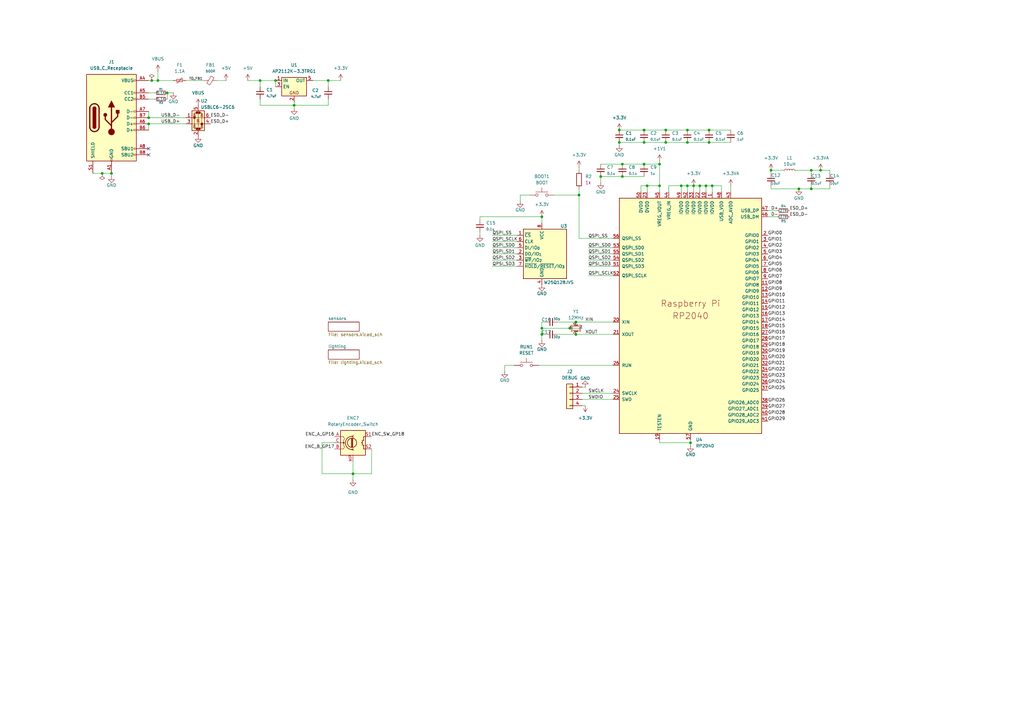
<source format=kicad_sch>
(kicad_sch (version 20250114) (generator "eeschema") (generator_version "9.0")
  (paper "A3")
  (lib_symbols
    (symbol "Mars_Library:C_0.1uF_0402" (pin_numbers (hide yes)) (pin_names (offset 0.254) (hide yes))
      (property "Reference" "C" (at 0.254 1.778 0))
      (property "Value" "0.1uF" (at 0.254 -2.032 0))
      (symbol "C_0.1uF_0402_1_1"
        (pin passive line (at 0 2.54 270) (length 2.032) (name "~") (number "1"))
        (pin passive line (at 0 -2.54 90) (length 2.032) (name "~") (number "2"))
      )
    )
    (symbol "Mars_Library:C_0603" (pin_numbers (hide yes)) (pin_names (offset 0.254) (hide yes))
      (property "Reference" "C" (at 0.254 1.778 0))
      (property "Value" "C" (at 0.254 -2.032 0))
      (symbol "C_0603_1_1"
        (pin passive line (at 0 2.54 270) (length 2.032) (name "~") (number "1"))
        (pin passive line (at 0 -2.54 90) (length 2.032) (name "~") (number "2"))
      )
    )
    (symbol "Mars_Library:C_0805" (pin_numbers (hide yes)) (pin_names (offset 0.254) (hide yes))
      (property "Reference" "C" (at 0.254 1.778 0))
      (property "Value" "C" (at 0.254 -2.032 0))
      (symbol "C_0805_1_1"
        (pin passive line (at 0 2.54 270) (length 2.032) (name "~") (number "1"))
        (pin passive line (at 0 -2.54 90) (length 2.032) (name "~") (number "2"))
      )
    )
    (symbol "Mars_Library:Crystal_12MHz_3225_GND24" (pin_names (offset 1.016) (hide yes))
      (property "Reference" "Y1" (at 6.858 0 90))
      (property "Value" "12MHz" (at 4.318 0 90))
      (symbol "Crystal_12MHz_3225_GND24_1_1"
        (pin passive line (at -2.54 0 0) (length 1.27) (name "1") (number "1"))
        (pin passive line (at 0 2.54 270) (length 0.635) (name "4") (number "4"))
        (pin passive line (at 0 -2.54 90) (length 0.635) (name "2") (number "2"))
        (pin passive line (at 2.54 0 180) (length 1.27) (name "3") (number "3"))
      )
    )
    (symbol "Mars_Library:FerriteBead_0805" (pin_numbers (hide yes)) (pin_names (offset 0))
      (property "Reference" "FB" (at 1.905 1.27 0))
      (property "Value" "600R" (at 1.905 -1.27 0))
      (symbol "FerriteBead_0805_1_1"
        (pin passive line (at 0 2.54 270) (length 1.27) (name "~") (number "1"))
        (pin passive line (at 0 -2.54 90) (length 1.27) (name "~") (number "2"))
      )
    )
    (symbol "Mars_Library:L_10uH_0805" (pin_numbers (hide yes)) (pin_names (offset 0.254) (hide yes))
      (property "Reference" "L" (at 0.762 1.016 0))
      (property "Value" "10uH" (at 0.762 -1.016 0))
      (symbol "L_10uH_0805_1_1"
        (pin passive line (at 0 2.54 270) (length 0.508) (name "~") (number "1"))
        (pin passive line (at 0 -2.54 90) (length 0.508) (name "~") (number "2"))
      )
    )
    (symbol "Mars_Library:Polyfuse_0805" (pin_numbers (hide yes)) (pin_names (offset 0))
      (property "Reference" "F" (at -1.905 0 90))
      (property "Value" "Polyfuse_0805" (at 1.905 0 90))
      (symbol "Polyfuse_0805_1_1"
        (pin passive line (at 0 2.54 270) (length 0.635) (name "~") (number "1"))
        (pin passive line (at 0 -2.54 90) (length 0.635) (name "~") (number "2"))
      )
    )
    (symbol "Mars_Library:RP2040" (pin_names (offset 1.016))
      (property "Reference" "U" (at -29.21 49.53 0))
      (property "Value" "RP2040" (at 24.13 -49.53 0))
      (symbol "RP2040_0_0"
        (text "Raspberry Pi" (at 0 5.08 0) (effects (font (size 2.54 2.54))))
        (text "RP2040" (at 0 0 0) (effects (font (size 2.54 2.54))))
      )
      (symbol "RP2040_1_1"
        (pin bidirectional line (at -31.75 31.75 0) (length 2.54) (name "QSPI_SS") (number "56"))
        (pin bidirectional line (at -31.75 27.94 0) (length 2.54) (name "QSPI_SD0") (number "53"))
        (pin bidirectional line (at -31.75 25.4 0) (length 2.54) (name "QSPI_SD1") (number "55"))
        (pin bidirectional line (at -31.75 22.86 0) (length 2.54) (name "QSPI_SD2") (number "54"))
        (pin bidirectional line (at -31.75 20.32 0) (length 2.54) (name "QSPI_SD3") (number "51"))
        (pin output line (at -31.75 16.51 0) (length 2.54) (name "QSPI_SCLK") (number "52"))
        (pin input line (at -31.75 -2.54 0) (length 2.54) (name "XIN") (number "20"))
        (pin passive line (at -31.75 -7.62 0) (length 2.54) (name "XOUT") (number "21"))
        (pin input line (at -31.75 -20.32 0) (length 2.54) (name "RUN") (number "26"))
        (pin output line (at -31.75 -31.75 0) (length 2.54) (name "SWCLK") (number "24"))
        (pin bidirectional line (at -31.75 -34.29 0) (length 2.54) (name "SWD") (number "25"))
        (pin power_in line (at -20.32 50.8 270) (length 2.54) (name "DVDD") (number "50"))
        (pin power_in line (at -17.78 50.8 270) (length 2.54) (name "DVDD") (number "23"))
        (pin power_out line (at -12.7 50.8 270) (length 2.54) (name "VREG_VOUT") (number "45"))
        (pin passive line (at -12.7 -50.8 90) (length 2.54) (name "TESTEN") (number "19"))
        (pin power_in line (at -8.89 50.8 270) (length 2.54) (name "VREG_IN") (number "44"))
        (pin power_in line (at -3.81 50.8 270) (length 2.54) (name "IOVDD") (number "49"))
        (pin power_in line (at -1.27 50.8 270) (length 2.54) (name "IOVDD") (number "42"))
        (pin power_in line (at 0 -50.8 90) (length 2.54) (name "GND") (number "57"))
        (pin power_in line (at 1.27 50.8 270) (length 2.54) (name "IOVDD") (number "33"))
        (pin power_in line (at 3.81 50.8 270) (length 2.54) (name "IOVDD") (number "22"))
        (pin power_in line (at 6.35 50.8 270) (length 2.54) (name "IOVDD") (number "10"))
        (pin power_in line (at 8.89 50.8 270) (length 2.54) (name "IOVDD") (number "1"))
        (pin power_in line (at 12.7 50.8 270) (length 2.54) (name "USB_VDD") (number "48"))
        (pin power_in line (at 16.51 50.8 270) (length 2.54) (name "ADC_AVDD") (number "43"))
        (pin bidirectional line (at 31.75 43.18 180) (length 2.54) (name "USB_DP") (number "47"))
        (pin bidirectional line (at 31.75 40.64 180) (length 2.54) (name "USB_DM") (number "46"))
        (pin bidirectional line (at 31.75 33.02 180) (length 2.54) (name "GPIO0") (number "2"))
        (pin bidirectional line (at 31.75 30.48 180) (length 2.54) (name "GPIO1") (number "3"))
        (pin bidirectional line (at 31.75 27.94 180) (length 2.54) (name "GPIO2") (number "4"))
        (pin bidirectional line (at 31.75 25.4 180) (length 2.54) (name "GPIO3") (number "5"))
        (pin bidirectional line (at 31.75 22.86 180) (length 2.54) (name "GPIO4") (number "6"))
        (pin bidirectional line (at 31.75 20.32 180) (length 2.54) (name "GPIO5") (number "7"))
        (pin bidirectional line (at 31.75 17.78 180) (length 2.54) (name "GPIO6") (number "8"))
        (pin bidirectional line (at 31.75 15.24 180) (length 2.54) (name "GPIO7") (number "9"))
        (pin bidirectional line (at 31.75 12.7 180) (length 2.54) (name "GPIO8") (number "11"))
        (pin bidirectional line (at 31.75 10.16 180) (length 2.54) (name "GPIO9") (number "12"))
        (pin bidirectional line (at 31.75 7.62 180) (length 2.54) (name "GPIO10") (number "13"))
        (pin bidirectional line (at 31.75 5.08 180) (length 2.54) (name "GPIO11") (number "14"))
        (pin bidirectional line (at 31.75 2.54 180) (length 2.54) (name "GPIO12") (number "15"))
        (pin bidirectional line (at 31.75 0 180) (length 2.54) (name "GPIO13") (number "16"))
        (pin bidirectional line (at 31.75 -2.54 180) (length 2.54) (name "GPIO14") (number "17"))
        (pin bidirectional line (at 31.75 -5.08 180) (length 2.54) (name "GPIO15") (number "18"))
        (pin bidirectional line (at 31.75 -7.62 180) (length 2.54) (name "GPIO16") (number "27"))
        (pin bidirectional line (at 31.75 -10.16 180) (length 2.54) (name "GPIO17") (number "28"))
        (pin bidirectional line (at 31.75 -12.7 180) (length 2.54) (name "GPIO18") (number "29"))
        (pin bidirectional line (at 31.75 -15.24 180) (length 2.54) (name "GPIO19") (number "30"))
        (pin bidirectional line (at 31.75 -17.78 180) (length 2.54) (name "GPIO20") (number "31"))
        (pin bidirectional line (at 31.75 -20.32 180) (length 2.54) (name "GPIO21") (number "32"))
        (pin bidirectional line (at 31.75 -22.86 180) (length 2.54) (name "GPIO22") (number "34"))
        (pin bidirectional line (at 31.75 -25.4 180) (length 2.54) (name "GPIO23") (number "35"))
        (pin bidirectional line (at 31.75 -27.94 180) (length 2.54) (name "GPIO24") (number "36"))
        (pin bidirectional line (at 31.75 -30.48 180) (length 2.54) (name "GPIO25") (number "37"))
        (pin bidirectional line (at 31.75 -35.56 180) (length 2.54) (name "GPIO26_ADC0") (number "38"))
        (pin bidirectional line (at 31.75 -38.1 180) (length 2.54) (name "GPIO27_ADC1") (number "39"))
        (pin bidirectional line (at 31.75 -40.64 180) (length 2.54) (name "GPIO28_ADC2") (number "40"))
        (pin bidirectional line (at 31.75 -43.18 180) (length 2.54) (name "GPIO29_ADC3") (number "41"))
      )
    )
    (symbol "Mars_Library:R_27R_0603" (pin_numbers (hide yes)) (pin_names (offset 0.254) (hide yes))
      (property "Reference" "R" (at -1.524 0 90))
      (property "Value" "27R" (at 0 0 90))
      (symbol "R_27R_0603_1_1"
        (pin passive line (at 0 2.54 270) (length 0.762) (name "~") (number "1"))
        (pin passive line (at 0 -2.54 90) (length 0.762) (name "~") (number "2"))
      )
    )
    (symbol "Mars_Library:R_5.1k_0603" (pin_numbers (hide yes)) (pin_names (offset 0.254) (hide yes))
      (property "Reference" "R" (at -1.524 0 90))
      (property "Value" "5.1k" (at 0 0 90))
      (symbol "R_5.1k_0603_1_1"
        (pin passive line (at 0 2.54 270) (length 0.762) (name "~") (number "1"))
        (pin passive line (at 0 -2.54 90) (length 0.762) (name "~") (number "2"))
      )
    )
    (symbol "Mars_Library:RotaryEncoder_Switch_MP_Mars" (pin_names (offset 0.254) (hide yes))
      (property "Reference" "ENC" (at 0 8.89 0))
      (property "Value" "RotaryEncoder_Switch" (at 0 6.35 0))
      (symbol "RotaryEncoder_Switch_MP_Mars_1_1"
        (pin passive line (at -7.62 2.54 0) (length 2.54) (name "A") (number "A"))
        (pin passive line (at -7.62 0 0) (length 2.54) (name "C") (number "C"))
        (pin passive line (at -7.62 -2.54 0) (length 2.54) (name "B") (number "B"))
        (pin passive line (at 0 -7.62 90) (length 2.54) (name "MP") (number "MP"))
        (pin passive line (at 7.62 2.54 180) (length 2.54) (name "S1") (number "S1"))
        (pin passive line (at 7.62 -2.54 180) (length 2.54) (name "S2") (number "S2"))
      )
    )
    (symbol "Mars_Library:SWD_Header_4P" (pin_names (offset 1.016) (hide yes))
      (property "Reference" "J" (at 0 5.08 0))
      (property "Value" "DEBUG" (at 0 -7.62 0))
      (symbol "SWD_Header_4P_1_1"
        (pin passive line (at -5.08 2.54 0) (length 3.81) (name "Pin_1") (number "1"))
        (pin passive line (at -5.08 0 0) (length 3.81) (name "Pin_2") (number "2"))
        (pin passive line (at -5.08 -2.54 0) (length 3.81) (name "Pin_3") (number "3"))
        (pin passive line (at -5.08 -5.08 0) (length 3.81) (name "Pin_4") (number "4"))
      )
    )
    (symbol "Mars_Library:SW_Push_Momentary" (pin_numbers (hide yes)) (pin_names (offset 1.016) (hide yes))
      (property "Reference" "SW" (at 1.27 2.54 0))
      (property "Value" "SW_Push_Momentary" (at 0 -1.524 0))
      (symbol "SW_Push_Momentary_0_1"
        (pin passive line (at -5.08 0 0) (length 2.54) (name "1") (number "1"))
        (pin passive line (at 5.08 0 180) (length 2.54) (name "2") (number "2"))
      )
    )
    (symbol "Mars_Library:USB_C_Receptacle_USB2.0_16P" (pin_names (offset 1.016))
      (property "Reference" "J1" (at 0 22.86 0))
      (property "Value" "USB_C_Receptacle_USB2.0_16P_Mars" (at 0 20.32 0))
      (symbol "USB_C_Receptacle_USB2.0_16P_1_1"
        (pin passive line (at -7.62 -22.86 90) (length 5.08) (name "SHIELD") (number "S1"))
        (pin passive line (at 0 -22.86 90) (length 5.08) (name "GND") (number "A1"))
        (pin passive line (at 0 -22.86 90) (length 5.08) (hide yes) (name "GND") (number "A12"))
        (pin passive line (at 0 -22.86 90) (length 5.08) (hide yes) (name "GND") (number "B1"))
        (pin passive line (at 0 -22.86 90) (length 5.08) (hide yes) (name "GND") (number "B12"))
        (pin passive line (at 15.24 15.24 180) (length 5.08) (name "VBUS") (number "A4"))
        (pin passive line (at 15.24 15.24 180) (length 5.08) (hide yes) (name "VBUS") (number "A9"))
        (pin passive line (at 15.24 15.24 180) (length 5.08) (hide yes) (name "VBUS") (number "B4"))
        (pin passive line (at 15.24 15.24 180) (length 5.08) (hide yes) (name "VBUS") (number "B9"))
        (pin bidirectional line (at 15.24 10.16 180) (length 5.08) (name "CC1") (number "A5"))
        (pin bidirectional line (at 15.24 7.62 180) (length 5.08) (name "CC2") (number "B5"))
        (pin bidirectional line (at 15.24 2.54 180) (length 5.08) (name "D-") (number "A7"))
        (pin bidirectional line (at 15.24 0 180) (length 5.08) (name "D-") (number "B7"))
        (pin bidirectional line (at 15.24 -2.54 180) (length 5.08) (name "D+") (number "A6"))
        (pin bidirectional line (at 15.24 -5.08 180) (length 5.08) (name "D+") (number "B6"))
        (pin bidirectional line (at 15.24 -12.7 180) (length 5.08) (name "SBU1") (number "A8"))
        (pin bidirectional line (at 15.24 -15.24 180) (length 5.08) (name "SBU2") (number "B8"))
      )
    )
    (symbol "Memory_Flash:W25Q128JVS"
      (property "Reference" "U" (at -6.35 11.43 0))
      (property "Value" "W25Q128JVS" (at 7.62 11.43 0))
      (symbol "W25Q128JVS_1_1"
        (pin input line (at -10.16 7.62 0) (length 2.54) (name "~{CS}") (number "1"))
        (pin input line (at -10.16 5.08 0) (length 2.54) (name "CLK") (number "6"))
        (pin bidirectional line (at -10.16 2.54 0) (length 2.54) (name "DI/IO_{0}") (number "5"))
        (pin bidirectional line (at -10.16 0 0) (length 2.54) (name "DO/IO_{1}") (number "2"))
        (pin bidirectional line (at -10.16 -2.54 0) (length 2.54) (name "~{WP}/IO_{2}") (number "3"))
        (pin bidirectional line (at -10.16 -5.08 0) (length 2.54) (name "~{HOLD}/~{RESET}/IO_{3}") (number "7"))
        (pin power_in line (at 0 12.7 270) (length 2.54) (name "VCC") (number "8"))
        (pin power_in line (at 0 -12.7 90) (length 2.54) (name "GND") (number "4"))
      )
    )
    (symbol "PCM_4ms_Power-symbol:+3.3V" (power) (pin_names (offset 0))
      (property "Value" "+3.3V" (at 0 3.556 0))
      (symbol "+3.3V_1_1"
        (pin power_in line (at 0 0 90) (length 0) (hide yes) (name "+3V3") (number "1"))
      )
    )
    (symbol "PCM_4ms_Resistor:1k_0603" (pin_numbers (hide yes)) (pin_names (offset 0))
      (property "Reference" "R" (at 2.032 0 90))
      (property "Display" "1k" (at 3.81 0 90))
      (symbol "1k_0603_1_1"
        (pin passive line (at 0 3.81 270) (length 1.27) (name "~") (number "1"))
        (pin passive line (at 0 -3.81 90) (length 1.27) (name "~") (number "2"))
      )
    )
    (symbol "PCM_Voltage_Regulator_AKL:AP2112K-3.3TRG1"
      (property "Reference" "U" (at 0 8.89 0))
      (property "Value" "AP2112K-3.3TRG1" (at 0 6.35 0))
      (symbol "AP2112K-3.3TRG1_0_0"
        (text "GND" (at 0 -2.54 0) (effects (font (size 1.27 1.27))))
      )
      (symbol "AP2112K-3.3TRG1_1_1"
        (pin power_in line (at -7.62 2.54 0) (length 2.54) (name "IN") (number "1"))
        (pin input line (at -7.62 0 0) (length 2.54) (name "EN") (number "3"))
        (pin free line (at 0 0 0) (length 2.54) (hide yes) (name "NC") (number "4"))
        (pin power_in line (at 0 -6.35 90) (length 2.54) (name "~") (number "2"))
        (pin power_out line (at 7.62 2.54 180) (length 2.54) (name "OUT") (number "5"))
      )
    )
    (symbol "Power_Protection:USBLC6-2SC6" (pin_names (hide yes))
      (property "Reference" "U" (at 0.635 5.715 0))
      (property "Value" "USBLC6-2SC6" (at 0.635 3.81 0))
      (symbol "USBLC6-2SC6_1_1"
        (pin passive line (at -5.08 0 0) (length 2.54) (name "I/O1") (number "1"))
        (pin passive line (at -5.08 -2.54 0) (length 2.54) (name "I/O2") (number "3"))
        (pin passive line (at 0 5.08 270) (length 2.54) (name "VBUS") (number "5"))
        (pin passive line (at 0 -7.62 90) (length 2.54) (name "GND") (number "2"))
        (pin passive line (at 5.08 0 180) (length 2.54) (name "I/O1") (number "6"))
        (pin passive line (at 5.08 -2.54 180) (length 2.54) (name "I/O2") (number "4"))
      )
    )
    (symbol "power:+1V1" (power) (pin_numbers (hide yes)) (pin_names (offset 0) (hide yes))
      (property "Value" "+1V1" (at 0 3.556 0))
      (symbol "+1V1_1_1"
        (pin power_in line (at 0 0 90) (length 0) (name "~") (number "1"))
      )
    )
    (symbol "power:+5V" (power) (pin_numbers (hide yes)) (pin_names (offset 0) (hide yes))
      (property "Value" "+5V" (at 0 3.556 0))
      (symbol "+5V_1_1"
        (pin power_in line (at 0 0 90) (length 0) (name "~") (number "1"))
      )
    )
    (symbol "power:GND" (power) (pin_numbers (hide yes)) (pin_names (offset 0) (hide yes))
      (property "Value" "GND" (at 0 -3.81 0))
      (symbol "GND_1_1"
        (pin power_in line (at 0 0 270) (length 0) (name "~") (number "1"))
      )
    )
    (symbol "power:PWR_FLAG" (power) (pin_numbers (hide yes)) (pin_names (offset 0) (hide yes))
      (property "Value" "PWR_FLAG" (at 0 3.81 0))
      (symbol "PWR_FLAG_0_0"
        (pin power_out line (at 0 0 90) (length 0) (name "~") (number "1"))
      )
    )
    (symbol "power:VBUS" (power) (pin_numbers (hide yes)) (pin_names (offset 0) (hide yes))
      (property "Value" "VBUS" (at 0 3.556 0))
      (symbol "VBUS_1_1"
        (pin power_in line (at 0 0 90) (length 0) (name "~") (number "1"))
      )
    )
  )
  (junction (at 283.21 181.61))
  (junction (at 222.25 137.16))
  (junction (at 264.16 58.42))
  (junction (at 290.83 53.34))
  (junction (at 62.23 33.02))
  (junction (at 270.51 76.2))
  (junction (at 264.16 53.34))
  (junction (at 281.94 76.2))
  (junction (at 290.83 58.42))
  (junction (at 246.38 72.39))
  (junction (at 287.02 76.2))
  (junction (at 281.94 53.34))
  (junction (at 327.66 77.47))
  (junction (at 255.27 72.39))
  (junction (at 106.68 33.02))
  (junction (at 134.62 33.02))
  (junction (at 60.96 50.8))
  (junction (at 284.48 76.2))
  (junction (at 292.1 76.2))
  (junction (at 45.72 71.12))
  (junction (at 120.65 43.18))
  (junction (at 316.23 69.85))
  (junction (at 264.16 67.31))
  (junction (at 336.55 69.85))
  (junction (at 144.78 194.31))
  (junction (at 273.05 58.42))
  (junction (at 60.96 48.26))
  (junction (at 255.27 67.31))
  (junction (at 279.4 76.2))
  (junction (at 222.25 134.62))
  (junction (at 254 53.34))
  (junction (at 64.77 33.02))
  (junction (at 68.58 38.1))
  (junction (at 222.25 88.9))
  (junction (at 265.43 76.2))
  (junction (at 41.91 71.12))
  (junction (at 233.68 134.62))
  (junction (at 273.05 53.34))
  (junction (at 237.49 80.01))
  (junction (at 332.74 69.85))
  (junction (at 332.74 77.47))
  (junction (at 113.03 33.02))
  (junction (at 281.94 58.42))
  (junction (at 236.22 132.08))
  (junction (at 254 58.42))
  (junction (at 236.22 137.16))
  (junction (at 289.56 76.2))
  (junction (at 270.51 67.31))
  (no_connect (at 60.96 60.96))
  (no_connect (at 60.96 63.5))
  (wire (pts (xy 281.94 76.2) (xy 281.94 78.74)))
  (wire (pts (xy 222.25 139.7) (xy 222.25 137.16)))
  (wire (pts (xy 134.62 35.56) (xy 134.62 33.02)))
  (wire (pts (xy 316.23 69.85) (xy 316.23 71.12)))
  (wire (pts (xy 281.94 76.2) (xy 284.48 76.2)))
  (wire (pts (xy 236.22 132.08) (xy 251.46 132.08)))
  (wire (pts (xy 222.25 88.9) (xy 222.25 91.44)))
  (wire (pts (xy 68.58 38.1) (xy 68.58 40.64)))
  (wire (pts (xy 284.48 76.2) (xy 284.48 78.74)))
  (wire (pts (xy 45.72 72.39) (xy 45.72 71.12)))
  (wire (pts (xy 196.85 88.9) (xy 222.25 88.9)))
  (wire (pts (xy 60.96 33.02) (xy 62.23 33.02)))
  (wire (pts (xy 241.3 104.14) (xy 251.46 104.14)))
  (wire (pts (xy 213.36 80.01) (xy 217.17 80.01)))
  (wire (pts (xy 106.68 43.18) (xy 120.65 43.18)))
  (wire (pts (xy 264.16 67.31) (xy 255.27 67.31)))
  (wire (pts (xy 264.16 58.42) (xy 273.05 58.42)))
  (wire (pts (xy 299.72 76.2) (xy 299.72 78.74)))
  (wire (pts (xy 289.56 76.2) (xy 292.1 76.2)))
  (wire (pts (xy 332.74 77.47) (xy 340.36 77.47)))
  (wire (pts (xy 270.51 76.2) (xy 270.51 78.74)))
  (wire (pts (xy 144.78 189.23) (xy 144.78 194.31)))
  (wire (pts (xy 238.76 161.29) (xy 251.46 161.29)))
  (wire (pts (xy 265.43 76.2) (xy 265.43 78.74)))
  (wire (pts (xy 152.4 194.31) (xy 144.78 194.31)))
  (wire (pts (xy 237.49 80.01) (xy 237.49 97.79)))
  (wire (pts (xy 284.48 76.2) (xy 287.02 76.2)))
  (wire (pts (xy 106.68 35.56) (xy 106.68 33.02)))
  (wire (pts (xy 223.52 137.16) (xy 222.25 137.16)))
  (wire (pts (xy 233.68 134.62) (xy 238.76 134.62)))
  (wire (pts (xy 60.96 50.8) (xy 60.96 53.34)))
  (wire (pts (xy 241.3 101.6) (xy 251.46 101.6)))
  (wire (pts (xy 228.6 137.16) (xy 236.22 137.16)))
  (wire (pts (xy 201.93 99.06) (xy 212.09 99.06)))
  (wire (pts (xy 332.74 77.47) (xy 332.74 76.2)))
  (wire (pts (xy 274.32 76.2) (xy 279.4 76.2)))
  (wire (pts (xy 254 53.34) (xy 264.16 53.34)))
  (wire (pts (xy 237.49 68.58) (xy 237.49 69.85)))
  (wire (pts (xy 246.38 74.93) (xy 246.38 72.39)))
  (wire (pts (xy 60.96 50.8) (xy 76.2 50.8)))
  (wire (pts (xy 241.3 106.68) (xy 251.46 106.68)))
  (wire (pts (xy 227.33 80.01) (xy 237.49 80.01)))
  (wire (pts (xy 274.32 76.2) (xy 274.32 78.74)))
  (wire (pts (xy 207.01 152.4) (xy 207.01 149.86)))
  (wire (pts (xy 132.08 194.31) (xy 144.78 194.31)))
  (wire (pts (xy 290.83 58.42) (xy 299.72 58.42)))
  (wire (pts (xy 273.05 53.34) (xy 281.94 53.34)))
  (wire (pts (xy 289.56 76.2) (xy 289.56 78.74)))
  (wire (pts (xy 201.93 104.14) (xy 212.09 104.14)))
  (wire (pts (xy 207.01 149.86) (xy 210.82 149.86)))
  (wire (pts (xy 222.25 134.62) (xy 233.68 134.62)))
  (wire (pts (xy 238.76 163.83) (xy 251.46 163.83)))
  (wire (pts (xy 120.65 44.45) (xy 120.65 43.18)))
  (wire (pts (xy 270.51 181.61) (xy 270.51 180.34)))
  (wire (pts (xy 213.36 82.55) (xy 213.36 80.01)))
  (wire (pts (xy 128.27 33.02) (xy 134.62 33.02)))
  (wire (pts (xy 316.23 69.85) (xy 321.31 69.85)))
  (wire (pts (xy 201.93 106.68) (xy 212.09 106.68)))
  (wire (pts (xy 314.96 88.9) (xy 318.77 88.9)))
  (wire (pts (xy 238.76 158.75) (xy 240.03 158.75)))
  (wire (pts (xy 281.94 58.42) (xy 290.83 58.42)))
  (wire (pts (xy 201.93 101.6) (xy 212.09 101.6)))
  (wire (pts (xy 222.25 137.16) (xy 222.25 134.62)))
  (wire (pts (xy 273.05 58.42) (xy 281.94 58.42)))
  (wire (pts (xy 290.83 53.34) (xy 299.72 53.34)))
  (wire (pts (xy 279.4 76.2) (xy 281.94 76.2)))
  (wire (pts (xy 196.85 90.17) (xy 196.85 88.9)))
  (wire (pts (xy 106.68 33.02) (xy 113.03 33.02)))
  (wire (pts (xy 137.16 181.61) (xy 132.08 181.61)))
  (wire (pts (xy 64.77 33.02) (xy 71.12 33.02)))
  (wire (pts (xy 292.1 76.2) (xy 295.91 76.2)))
  (wire (pts (xy 236.22 137.16) (xy 251.46 137.16)))
  (wire (pts (xy 106.68 40.64) (xy 106.68 43.18)))
  (wire (pts (xy 316.23 77.47) (xy 316.23 76.2)))
  (wire (pts (xy 62.23 33.02) (xy 64.77 33.02)))
  (wire (pts (xy 255.27 72.39) (xy 246.38 72.39)))
  (wire (pts (xy 326.39 69.85) (xy 332.74 69.85)))
  (wire (pts (xy 340.36 77.47) (xy 340.36 76.2)))
  (wire (pts (xy 316.23 77.47) (xy 327.66 77.47)))
  (wire (pts (xy 262.89 76.2) (xy 262.89 78.74)))
  (wire (pts (xy 120.65 43.18) (xy 134.62 43.18)))
  (wire (pts (xy 283.21 182.88) (xy 283.21 181.61)))
  (wire (pts (xy 332.74 69.85) (xy 336.55 69.85)))
  (wire (pts (xy 60.96 40.64) (xy 63.5 40.64)))
  (wire (pts (xy 41.91 71.12) (xy 45.72 71.12)))
  (wire (pts (xy 71.12 38.1) (xy 68.58 38.1)))
  (wire (pts (xy 287.02 76.2) (xy 289.56 76.2)))
  (wire (pts (xy 132.08 181.61) (xy 132.08 194.31)))
  (wire (pts (xy 332.74 71.12) (xy 332.74 69.85)))
  (wire (pts (xy 196.85 96.52) (xy 196.85 95.25)))
  (wire (pts (xy 60.96 45.72) (xy 60.96 48.26)))
  (wire (pts (xy 255.27 67.31) (xy 246.38 67.31)))
  (wire (pts (xy 264.16 53.34) (xy 273.05 53.34)))
  (wire (pts (xy 292.1 76.2) (xy 292.1 78.74)))
  (wire (pts (xy 237.49 77.47) (xy 237.49 80.01)))
  (wire (pts (xy 201.93 109.22) (xy 212.09 109.22)))
  (wire (pts (xy 270.51 181.61) (xy 283.21 181.61)))
  (wire (pts (xy 270.51 76.2) (xy 265.43 76.2)))
  (wire (pts (xy 270.51 66.04) (xy 270.51 67.31)))
  (wire (pts (xy 60.96 38.1) (xy 63.5 38.1)))
  (wire (pts (xy 220.98 149.86) (xy 251.46 149.86)))
  (wire (pts (xy 295.91 76.2) (xy 295.91 78.74)))
  (wire (pts (xy 264.16 72.39) (xy 255.27 72.39)))
  (wire (pts (xy 340.36 71.12) (xy 340.36 69.85)))
  (wire (pts (xy 281.94 53.34) (xy 290.83 53.34)))
  (wire (pts (xy 76.2 33.02) (xy 83.82 33.02)))
  (wire (pts (xy 101.6 33.02) (xy 106.68 33.02)))
  (wire (pts (xy 283.21 181.61) (xy 283.21 180.34)))
  (wire (pts (xy 327.66 77.47) (xy 332.74 77.47)))
  (wire (pts (xy 287.02 76.2) (xy 287.02 78.74)))
  (wire (pts (xy 134.62 40.64) (xy 134.62 43.18)))
  (wire (pts (xy 134.62 33.02) (xy 139.7 33.02)))
  (wire (pts (xy 152.4 184.15) (xy 152.4 194.31)))
  (wire (pts (xy 113.03 33.02) (xy 113.03 35.56)))
  (wire (pts (xy 265.43 76.2) (xy 262.89 76.2)))
  (wire (pts (xy 314.96 86.36) (xy 318.77 86.36)))
  (wire (pts (xy 270.51 67.31) (xy 270.51 76.2)))
  (wire (pts (xy 144.78 194.31) (xy 144.78 196.85)))
  (wire (pts (xy 201.93 96.52) (xy 212.09 96.52)))
  (wire (pts (xy 237.49 97.79) (xy 251.46 97.79)))
  (wire (pts (xy 120.65 43.18) (xy 120.65 41.91)))
  (wire (pts (xy 264.16 67.31) (xy 270.51 67.31)))
  (wire (pts (xy 64.77 29.21) (xy 64.77 33.02)))
  (wire (pts (xy 238.76 166.37) (xy 240.03 166.37)))
  (wire (pts (xy 340.36 69.85) (xy 336.55 69.85)))
  (wire (pts (xy 228.6 132.08) (xy 236.22 132.08)))
  (wire (pts (xy 60.96 48.26) (xy 76.2 48.26)))
  (wire (pts (xy 241.3 109.22) (xy 251.46 109.22)))
  (wire (pts (xy 222.25 132.08) (xy 223.52 132.08)))
  (wire (pts (xy 279.4 76.2) (xy 279.4 78.74)))
  (wire (pts (xy 254 58.42) (xy 264.16 58.42)))
  (wire (pts (xy 241.3 113.03) (xy 251.46 113.03)))
  (wire (pts (xy 38.1 71.12) (xy 41.91 71.12)))
  (wire (pts (xy 254 59.69) (xy 254 58.42)))
  (wire (pts (xy 222.25 132.08) (xy 222.25 134.62)))
  (wire (pts (xy 92.71 33.02) (xy 88.9 33.02)))
  (label "ESD_D-" (at 86.36 48.26 0))
  (label "QSPI_SD1" (at 241.3 104.14 0))
  (label "GPIO15" (at 314.96 134.62 0))
  (label "TO_FB1" (at 77.47 33.02 0) (effects (font (size 1 1))))
  (label "ESD_D+" (at 323.85 86.36 0))
  (label "QSPI_SD0" (at 241.3 101.6 0))
  (label "GPIO3" (at 314.96 104.14 0))
  (label "ESD_D-" (at 323.85 88.9 0))
  (label "QSPI_SCLK" (at 241.3 113.03 0))
  (label "GPIO11" (at 314.96 124.46 0))
  (label "GPIO28" (at 314.96 170.18 0))
  (label "ESD_D+" (at 86.36 50.8 0))
  (label "GPIO25" (at 314.96 160.02 0))
  (label "GPIO24" (at 314.96 157.48 0))
  (label "QPSI_SD3" (at 201.93 109.22 0))
  (label "QSPI_SD0" (at 201.93 101.6 0))
  (label "GPIO29" (at 314.96 172.72 0))
  (label "GPIO7" (at 314.96 114.3 0))
  (label "GPIO23" (at 314.96 154.94 0))
  (label "GPIO5" (at 314.96 109.22 0))
  (label "QSPI_SD2" (at 201.93 106.68 0))
  (label "QSPI_SD2" (at 241.3 106.68 0))
  (label "GPIO17" (at 314.96 139.7 0))
  (label "GPIO8" (at 314.96 116.84 0))
  (label "GPIO2" (at 314.96 101.6 0))
  (label "SWCLK" (at 241.3 161.29 0))
  (label "GPIO12" (at 314.96 127 0))
  (label "QSPI_SS" (at 201.93 96.52 0))
  (label "D-" (at 316.23 88.9 0))
  (label "GPIO9" (at 314.96 119.38 0))
  (label "XIN" (at 240.03 132.08 0))
  (label "GPIO22" (at 314.96 152.4 0))
  (label "GPIO20" (at 314.96 147.32 0))
  (label "GPIO19" (at 314.96 144.78 0))
  (label "GPIO6" (at 314.96 111.76 0))
  (label "GPIO1" (at 314.96 99.06 0))
  (label "SWDIO" (at 241.3 163.83 0))
  (label "GPIO27" (at 314.96 167.64 0))
  (label "QSPI_SCLK" (at 201.93 99.06 0))
  (label "GPIO4" (at 314.96 106.68 0))
  (label "GPIO0" (at 314.96 96.52 0))
  (label "D+" (at 316.23 86.36 0))
  (label "USB_D-" (at 66.04 48.26 0))
  (label "GPIO13" (at 314.96 129.54 0))
  (label "GPIO18" (at 314.96 142.24 0))
  (label "GPIO21" (at 314.96 149.86 0))
  (label "GPIO26" (at 314.96 165.1 0))
  (label "GPIO14" (at 314.96 132.08 0))
  (label "USB_D+" (at 66.04 50.8 0))
  (label "ENC_SW_GP18" (at 152.4 179.07 0))
  (label "ENC_A_GP16" (at 137.16 179.07 180))
  (label "ENC_B_GP17" (at 137.16 184.15 180))
  (label "QSPI_SD1" (at 201.93 104.14 0))
  (label "QPSI_SD3" (at 241.3 109.22 0))
  (label "XOUT" (at 240.03 137.16 0))
  (label "QSPI_SS" (at 241.3 97.79 0))
  (label "GPIO16" (at 314.96 137.16 0))
  (label "GPIO10" (at 314.96 121.92 0))
  (symbol (lib_id "PCM_Voltage_Regulator_AKL:AP2112K-3.3TRG1") (at 120.65 35.56 0) (unit 1)
    (property "Reference" "U1" (at 120.65 26.67 0))
    (property "Value" "AP2112K-3.3TRG1" (at 120.65 29.21 0))
    (property "Footprint" "PCM_Package_TO_SOT_SMD_AKL:SOT-23-5" (effects (hide yes)))
    (property "Datasheet" "https://www.diodes.com/assets/Datasheets/AP2112.pdf" (effects (hide yes)))
    (property "Description" "SOT-23-5 3.3V 600mA low dropout voltage regulator with enable, Alternate KiCad Library" (effects (hide yes)))
  )
  (symbol (lib_id "PCM_4ms_Power-symbol:+3.3V") (at 222.25 88.9 0) (unit 1)
    (property "Reference" "#PWR019" (effects (hide yes)))
    (property "Value" "+3.3V" (at 222.25 83.82 0))
  )
  (symbol (lib_id "power:GND") (at 222.25 139.7 0) (unit 1)
    (property "Reference" "#PWR024" (effects (hide yes)))
    (property "Value" "GND" (at 222.25 143.256 0))
    (property "Description" "Power symbol creates a global label with name \"GND\" , ground" (effects (hide yes)))
  )
  (symbol (lib_id "Mars_Library:FerriteBead_0805") (at 86.36 33.02 90) (unit 1)
    (property "Reference" "FB1" (at 86.3219 26.67 90))
    (property "Value" "600R" (at 86.3219 29.21 90) (effects (font (size 1 1))))
    (property "Footprint" "PCM_Ferrite_SMD_AKL:Ferrite_0603_1608Metric" (effects (hide yes)))
    (property "Description" "Ferrite bead, small symbol" (effects (hide yes)))
  )
  (symbol (lib_id "Mars_Library:C_0.1uF_0402") (at 281.94 55.88 0) (unit 1)
    (property "Reference" "C4" (at 284.48 54.6162 0) (effects (justify left)))
    (property "Value" "0.1uF" (at 284.48 57.1563 0) (effects (font (size 1 1)) (justify left)))
    (property "Footprint" "Capacitor_SMD:C_0402_1005Metric_Pad0.74x0.62mm_HandSolder" (effects (hide yes)))
    (property "Description" "Unpolarized capacitor, small symbol" (effects (hide yes)))
  )
  (symbol (lib_id "power:GND") (at 283.21 182.88 0) (unit 1)
    (property "Reference" "#PWR015" (effects (hide yes)))
    (property "Value" "GND" (at 283.21 186.436 0))
    (property "Description" "Power symbol creates a global label with name \"GND\" , ground" (effects (hide yes)))
  )
  (symbol (lib_id "power:GND") (at 222.25 116.84 0) (unit 1)
    (property "Reference" "#PWR023" (effects (hide yes)))
    (property "Value" "GND" (at 222.25 120.396 0))
    (property "Description" "Power symbol creates a global label with name \"GND\" , ground" (effects (hide yes)))
  )
  (symbol (lib_id "power:GND") (at 240.03 158.75 180) (unit 1)
    (property "Reference" "#PWR026" (effects (hide yes)))
    (property "Value" "GND" (at 240.03 155.194 0))
    (property "Description" "Power symbol creates a global label with name \"GND\" , ground" (effects (hide yes)))
  )
  (symbol (lib_id "Mars_Library:C_0.1uF_0402") (at 254 55.88 0) (unit 1)
    (property "Reference" "C1" (at 256.54 54.6162 0) (effects (justify left)))
    (property "Value" "0.1uF" (at 256.54 57.1563 0) (effects (font (size 1 1)) (justify left)))
    (property "Footprint" "Capacitor_SMD:C_0402_1005Metric_Pad0.74x0.62mm_HandSolder" (effects (hide yes)))
    (property "Description" "Unpolarized capacitor, small symbol" (effects (hide yes)))
  )
  (symbol (lib_id "Mars_Library:C_0.1uF_0402") (at 299.72 55.88 0) (unit 1)
    (property "Reference" "C6" (at 302.26 54.6162 0) (effects (justify left)))
    (property "Value" "1uF" (at 302.26 57.1563 0) (effects (font (size 1 1)) (justify left)))
    (property "Footprint" "Capacitor_SMD:C_0402_1005Metric_Pad0.74x0.62mm_HandSolder" (effects (hide yes)))
    (property "Description" "Unpolarized capacitor, small symbol" (effects (hide yes)))
  )
  (symbol (lib_id "PCM_4ms_Power-symbol:+3.3V") (at 284.48 76.2 0) (unit 1)
    (property "Reference" "#PWR013" (effects (hide yes)))
    (property "Value" "+3.3V" (at 284.48 71.12 0))
  )
  (symbol (lib_id "power:GND") (at 144.78 196.85 0) (unit 1)
    (property "Reference" "#PWR027" (effects (hide yes)))
    (property "Value" "GND" (at 144.78 201.93 0))
    (property "Description" "Power symbol creates a global label with name \"GND\" , ground" (effects (hide yes)))
  )
  (symbol (lib_id "Mars_Library:R_5.1k_0603") (at 66.04 38.1 90) (unit 1)
    (property "Reference" "R1" (at 66.04 36.576 90) (effects (font (size 0.8 0.8))))
    (property "Value" "5.1K" (at 66.04 38.1 90) (effects (font (size 1 1))))
    (property "Footprint" "Mars_Library:R_0603" (effects (hide yes)))
    (property "Description" "Resistor, small symbol" (effects (hide yes)))
  )
  (symbol (lib_id "power:VBUS") (at 64.77 29.21 0) (unit 1)
    (property "Reference" "#PWR01" (effects (hide yes)))
    (property "Value" "VBUS" (at 64.77 24.13 0))
    (property "Description" "Power symbol creates a global label with name \"VBUS\"" (effects (hide yes)))
  )
  (symbol (lib_id "Mars_Library:USB_C_Receptacle_USB2.0_16P") (at 45.72 48.26 0) (unit 1)
    (property "Reference" "J1" (at 45.72 25.4 0))
    (property "Value" "USB_C_Receptacle" (at 45.72 27.94 0))
    (property "Footprint" "Type-C:HRO-TYPE-C-31-M-12" (effects (hide yes)))
    (property "Datasheet" "https://www.usb.org/sites/default/files/documents/usb_type-c.zip" (effects (hide yes)))
    (property "Description" "USB 2.0-only 16P Type-C Receptacle connector" (effects (hide yes)))
  )
  (symbol (lib_id "power:GND") (at 327.66 77.47 0) (unit 1)
    (property "Reference" "#PWR016" (effects (hide yes)))
    (property "Value" "GND" (at 327.66 81.28 0))
    (property "Description" "Power symbol creates a global label with name \"GND\" , ground" (effects (hide yes)))
  )
  (symbol (lib_id "Mars_Library:SWD_Header_4P") (at 233.68 161.29 0) (mirror y) (unit 1)
    (property "Reference" "J2" (at 233.68 152.4 0))
    (property "Value" "DEBUG" (at 233.68 154.94 0))
    (property "Footprint" "Mars_Library:SWD_Debug_PinHeader_1x04_P2.54mm" (effects (hide yes)))
    (property "Description" "SWD DEBUG HEADER 1x4 MALE PINS 2.54mm” 180deg" (effects (hide yes)))
    (property "Specifications" "HEADER 1x4 MALE PINS 2.54mm” 180deg" (effects (hide yes)))
    (property "Manufacturer" "TAD" (effects (hide yes)))
    (property "Part Number" "1-0401FBV0T" (effects (hide yes)))
  )
  (symbol (lib_id "power:GND") (at 71.12 38.1 0) (unit 1)
    (property "Reference" "#PWR05" (effects (hide yes)))
    (property "Value" "GND" (at 71.12 41.656 0))
    (property "Description" "Power symbol creates a global label with name \"GND\" , ground" (effects (hide yes)))
  )
  (symbol (lib_id "Mars_Library:C_0603") (at 226.06 132.08 90) (unit 1)
    (property "Reference" "C16" (at 224.028 131.064 90))
    (property "Value" "30p" (at 228.346 130.81 90) (effects (font (size 1 1))))
    (property "Footprint" "Capacitor_SMD:C_0603_1608Metric_Pad1.08x0.95mm_HandSolder" (effects (hide yes)))
    (property "Description" "Unpolarized capacitor, small symbol" (effects (hide yes)))
  )
  (symbol (lib_id "Mars_Library:C_0603") (at 332.74 73.66 0) (unit 1)
    (property "Reference" "C13" (at 332.74 72.136 0) (effects (justify left)))
    (property "Value" "0.1uF" (at 332.74 75.1841 0) (effects (font (size 1 1)) (justify left)))
    (property "Footprint" "Capacitor_SMD:C_0603_1608Metric_Pad1.08x0.95mm_HandSolder" (effects (hide yes)))
    (property "Description" "Unpolarized capacitor, small symbol" (effects (hide yes)))
  )
  (symbol (lib_id "Mars_Library:C_0603") (at 196.85 92.71 0) (unit 1)
    (property "Reference" "C15" (at 199.39 91.4462 0) (effects (justify left)))
    (property "Value" "0.1u" (at 199.39 93.9863 0) (effects (font (size 1 1)) (justify left)))
    (property "Footprint" "Capacitor_SMD:C_0603_1608Metric_Pad1.08x0.95mm_HandSolder" (effects (hide yes)))
    (property "Description" "Unpolarized capacitor, small symbol" (effects (hide yes)))
  )
  (symbol (lib_id "Mars_Library:C_0805") (at 134.62 38.1 0) (unit 1)
    (property "Reference" "C2" (at 128.016 37.084 0) (effects (justify left)))
    (property "Value" "4.7uF" (at 127.508 39.6241 0) (effects (font (size 1 1)) (justify left)))
    (property "Footprint" "Mars_Library:C_0603" (effects (hide yes)))
    (property "Description" "Unpolarized capacitor, small symbol" (effects (hide yes)))
  )
  (symbol (lib_id "PCM_4ms_Power-symbol:+3.3V") (at 316.23 69.85 0) (unit 1)
    (property "Reference" "#PWR09" (effects (hide yes)))
    (property "Value" "+3.3V" (at 316.23 64.77 0))
  )
  (symbol (lib_id "Mars_Library:C_0.1uF_0402") (at 246.38 69.85 0) (mirror y) (unit 1)
    (property "Reference" "C7" (at 248.92 68.5862 0) (effects (justify right)))
    (property "Value" "0.1u" (at 248.92 71.1263 0) (effects (font (size 1 1)) (justify right)))
    (property "Footprint" "Capacitor_SMD:C_0402_1005Metric_Pad0.74x0.62mm_HandSolder" (effects (hide yes)))
    (property "Description" "Unpolarized capacitor, small symbol" (effects (hide yes)))
  )
  (symbol (lib_id "Mars_Library:C_0.1uF_0402") (at 264.16 55.88 0) (unit 1)
    (property "Reference" "C2" (at 266.7 54.6162 0) (effects (justify left)))
    (property "Value" "0.1uF" (at 266.7 57.1563 0) (effects (font (size 1 1)) (justify left)))
    (property "Footprint" "Capacitor_SMD:C_0402_1005Metric_Pad0.74x0.62mm_HandSolder" (effects (hide yes)))
    (property "Description" "Unpolarized capacitor, small symbol" (effects (hide yes)))
  )
  (symbol (lib_id "PCM_4ms_Power-symbol:+3.3V") (at 139.7 33.02 0) (unit 1)
    (property "Reference" "#PWR04" (effects (hide yes)))
    (property "Value" "+3.3V" (at 139.7 27.94 0))
  )
  (symbol (lib_id "Mars_Library:L_10uH_0805") (at 323.85 69.85 90) (unit 1)
    (property "Reference" "L1" (at 323.85 64.77 90))
    (property "Value" "10uH" (at 323.85 67.31 90))
    (property "Footprint" "Inductor_SMD:L_0805_2012Metric" (effects (hide yes)))
    (property "Description" "Inductor, small symbol" (effects (hide yes)))
  )
  (symbol (lib_id "Mars_Library:C_0805") (at 106.68 38.1 0) (unit 1)
    (property "Reference" "C1" (at 109.22 36.8362 0) (effects (justify left)))
    (property "Value" "4.7uF" (at 109.22 39.3763 0) (effects (font (size 1 1)) (justify left)))
    (property "Footprint" "Mars_Library:C_0603" (effects (hide yes)))
    (property "Description" "Unpolarized capacitor, small symbol" (effects (hide yes)))
  )
  (symbol (lib_id "power:GND") (at 207.01 152.4 0) (unit 1)
    (property "Reference" "#PWR025" (effects (hide yes)))
    (property "Value" "GND" (at 207.01 155.956 0))
    (property "Description" "Power symbol creates a global label with name \"GND\" , ground" (effects (hide yes)))
  )
  (symbol (lib_id "Mars_Library:C_0603") (at 316.23 73.66 0) (unit 1)
    (property "Reference" "C12" (at 316.23 71.882 0) (effects (justify left)))
    (property "Value" "10uF" (at 316.23 75.184 0) (effects (font (size 1 1)) (justify left)))
    (property "Footprint" "Capacitor_SMD:C_0603_1608Metric_Pad1.08x0.95mm_HandSolder" (effects (hide yes)))
    (property "Description" "Unpolarized capacitor, small symbol" (effects (hide yes)))
  )
  (symbol (lib_id "PCM_4ms_Power-symbol:+3.3V") (at 240.03 166.37 180) (unit 1)
    (property "Reference" "#PWR013" (effects (hide yes)))
    (property "Value" "+3.3V" (at 240.03 171.45 0))
  )
  (symbol (lib_id "Mars_Library:SW_Push_Momentary") (at 222.25 80.01 0) (unit 1)
    (property "Reference" "BOOT1" (at 222.25 72.39 0))
    (property "Value" "BOOT" (at 222.25 74.93 0))
    (property "Footprint" "Button_Switch_SMD:SW_SPST_EVQP2_MiddlePushTravel_H2.5mm" (effects (hide yes)))
    (property "Description" "Push button switch, generic, two pins" (effects (hide yes)))
  )
  (symbol (lib_id "power:GND") (at 213.36 82.55 0) (unit 1)
    (property "Reference" "#PWR018" (effects (hide yes)))
    (property "Value" "GND" (at 213.36 86.106 0))
    (property "Description" "Power symbol creates a global label with name \"GND\" , ground" (effects (hide yes)))
  )
  (symbol (lib_id "Mars_Library:C_0603") (at 226.06 137.16 90) (unit 1)
    (property "Reference" "C17" (at 224.028 136.144 90))
    (property "Value" "30p" (at 228.346 138.176 90) (effects (font (size 1 1))))
    (property "Footprint" "Capacitor_SMD:C_0603_1608Metric_Pad1.08x0.95mm_HandSolder" (effects (hide yes)))
    (property "Description" "Unpolarized capacitor, small symbol" (effects (hide yes)))
  )
  (symbol (lib_id "Mars_Library:Crystal_12MHz_3225_GND24") (at 236.22 134.62 90) (unit 1)
    (property "Reference" "Y1" (at 236.22 127.762 90))
    (property "Value" "12MHz" (at 236.22 130.302 90))
    (property "Footprint" "Crystal:Crystal_SMD_3225-4Pin_3.2x2.5mm" (effects (hide yes)))
    (property "Description" "Four pin crystal, GND on pins 2 and 4, small symbol" (effects (hide yes)))
  )
  (symbol (lib_id "Mars_Library:R_5.1k_0603") (at 66.04 40.64 90) (unit 1)
    (property "Reference" "R3" (at 66.04 42.164 90) (effects (font (size 0.8 0.8))))
    (property "Value" "5.1K" (at 66.04 40.64 90) (effects (font (size 1 1))))
    (property "Footprint" "Mars_Library:R_0603" (effects (hide yes)))
    (property "Description" "Resistor, small symbol" (effects (hide yes)))
  )
  (symbol (lib_id "Mars_Library:RP2040") (at 283.21 129.54 0) (unit 1)
    (property "Reference" "U4" (at 285.3533 180.34 0) (effects (justify left)))
    (property "Value" "RP2040" (at 285.3533 182.88 0) (effects (justify left)))
    (property "Footprint" "Package_DFN_QFN:QFN-56-1EP_7x7mm_P0.4mm_EP3.2x3.2mm" (effects (hide yes)))
  )
  (symbol (lib_id "power:GND") (at 254 59.69 0) (unit 1)
    (property "Reference" "#PWR09" (effects (hide yes)))
    (property "Value" "GND" (at 254 63.5 0))
    (property "Description" "Power symbol creates a global label with name \"GND\" , ground" (effects (hide yes)))
  )
  (symbol (lib_id "power:GND") (at 246.38 74.93 0) (unit 1)
    (property "Reference" "#PWR012" (effects (hide yes)))
    (property "Value" "GND" (at 246.38 78.74 0))
    (property "Description" "Power symbol creates a global label with name \"GND\" , ground" (effects (hide yes)))
  )
  (symbol (lib_id "power:+5V") (at 92.71 33.02 0) (unit 1)
    (property "Reference" "#PWR02" (effects (hide yes)))
    (property "Value" "+5V" (at 92.71 27.94 0))
    (property "Description" "Power symbol creates a global label with name \"+5V\"" (effects (hide yes)))
  )
  (symbol (lib_id "Mars_Library:RotaryEncoder_Switch_MP_Mars") (at 144.78 181.61 0) (unit 1)
    (property "Reference" "ENC?" (at 144.78 171.45 0))
    (property "Value" "RotaryEncoder_Switch" (at 144.78 173.99 0))
    (property "Footprint" "Mars_Library:RotaryEncoder_MX_EC11_CircularMountingHoles" (effects (hide yes)))
    (property "Description" "Rotary encoder, dual channel, incremental quadrate outputs, with switch and MP Pin" (effects (hide yes)))
  )
  (symbol (lib_id "power:GND") (at 81.28 55.88 0) (unit 1)
    (property "Reference" "#PWR011" (effects (hide yes)))
    (property "Value" "GND" (at 81.28 59.69 0))
    (property "Description" "Power symbol creates a global label with name \"GND\" , ground" (effects (hide yes)))
  )
  (symbol (lib_id "power:PWR_FLAG") (at 62.23 33.02 0) (unit 1)
    (property "Reference" "#FLG01" (effects (hide yes)))
    (property "Value" "PWR_FLAG" (effects (hide yes)))
    (property "Description" "Special symbol for telling ERC where power comes from" (effects (hide yes)))
  )
  (symbol (lib_id "Mars_Library:C_0.1uF_0402") (at 255.27 69.85 0) (mirror y) (unit 1)
    (property "Reference" "C8" (at 257.81 68.5862 0) (effects (justify right)))
    (property "Value" "0.1u" (at 257.81 71.1263 0) (effects (font (size 1 1)) (justify right)))
    (property "Footprint" "Capacitor_SMD:C_0402_1005Metric_Pad0.74x0.62mm_HandSolder" (effects (hide yes)))
    (property "Description" "Unpolarized capacitor, small symbol" (effects (hide yes)))
  )
  (symbol (lib_id "PCM_4ms_Power-symbol:+3.3V") (at 336.55 69.85 0) (unit 1)
    (property "Reference" "#PWR010" (effects (hide yes)))
    (property "Value" "+3.3VA" (at 336.55 64.77 0))
  )
  (symbol (lib_id "Mars_Library:C_0603") (at 340.36 73.66 0) (unit 1)
    (property "Reference" "C14" (at 340.36 72.136 0) (effects (justify left)))
    (property "Value" "10uF" (at 340.36 75.1841 0) (effects (font (size 1 1)) (justify left)))
    (property "Footprint" "Capacitor_SMD:C_0603_1608Metric_Pad1.08x0.95mm_HandSolder" (effects (hide yes)))
    (property "Description" "Unpolarized capacitor, small symbol" (effects (hide yes)))
  )
  (symbol (lib_id "Mars_Library:C_0.1uF_0402") (at 273.05 55.88 0) (unit 1)
    (property "Reference" "C3" (at 275.59 54.6162 0) (effects (justify left)))
    (property "Value" "0.1uF" (at 275.59 57.1563 0) (effects (font (size 1 1)) (justify left)))
    (property "Footprint" "Capacitor_SMD:C_0402_1005Metric_Pad0.74x0.62mm_HandSolder" (effects (hide yes)))
    (property "Description" "Unpolarized capacitor, small symbol" (effects (hide yes)))
  )
  (symbol (lib_id "power:PWR_FLAG") (at 41.91 71.12 180) (unit 1)
    (property "Reference" "#FLG04" (effects (hide yes)))
    (property "Value" "PWR_FLAG" (effects (hide yes)))
    (property "Description" "Special symbol for telling ERC where power comes from" (effects (hide yes)))
  )
  (symbol (lib_id "Mars_Library:SW_Push_Momentary") (at 215.9 149.86 0) (unit 1)
    (property "Reference" "RUN1" (at 215.9 142.24 0))
    (property "Value" "RESET" (at 215.9 144.78 0))
    (property "Footprint" "Button_Switch_SMD:SW_SPST_EVQP2_MiddlePushTravel_H2.5mm" (effects (hide yes)))
    (property "Description" "Push button switch, generic, two pins" (effects (hide yes)))
  )
  (symbol (lib_id "Mars_Library:C_0.1uF_0402") (at 264.16 69.85 0) (mirror y) (unit 1)
    (property "Reference" "C9" (at 266.7 68.5862 0) (effects (justify right)))
    (property "Value" "1u" (at 266.7 71.1263 0) (effects (font (size 1 1)) (justify right)))
    (property "Footprint" "Capacitor_SMD:C_0402_1005Metric_Pad0.74x0.62mm_HandSolder" (effects (hide yes)))
    (property "Description" "Unpolarized capacitor, small symbol" (effects (hide yes)))
  )
  (symbol (lib_id "Mars_Library:Polyfuse_0805") (at 73.66 33.02 90) (unit 1)
    (property "Reference" "F1" (at 73.66 26.67 90))
    (property "Value" "1.1A" (at 73.66 29.21 90))
    (property "Footprint" "Fuse:Fuse_0603_1608Metric" (effects (hide yes)))
    (property "Description" "Resettable fuse, polymeric positive temperature coefficient, small symbol" (effects (hide yes)))
  )
  (symbol (lib_id "Memory_Flash:W25Q128JVS") (at 222.25 104.14 0) (unit 1)
    (property "Reference" "U3" (at 229.87 92.71 0) (effects (justify left)))
    (property "Value" "W25Q128JVS" (at 223.012 115.824 0) (effects (justify left)))
    (property "Footprint" "Package_SO:SOIC-8_5.3x5.3mm_P1.27mm" (effects (hide yes)))
    (property "Datasheet" "https://www.winbond.com/resource-files/w25q128jv_dtr%20revc%2003272018%20plus.pdf" (effects (hide yes)))
    (property "Description" "128Mbit / 16MiB Serial Flash Memory, Standard/Dual/Quad SPI, 2.7-3.6V, SOIC-8" (effects (hide yes)))
  )
  (symbol (lib_id "PCM_4ms_Power-symbol:+3.3V") (at 237.49 68.58 0) (unit 1)
    (property "Reference" "#PWR08" (effects (hide yes)))
    (property "Value" "+3.3V" (at 237.49 63.5 0))
  )
  (symbol (lib_id "Mars_Library:R_27R_0603") (at 321.31 86.36 90) (unit 1)
    (property "Reference" "R4" (at 321.31 84.582 90) (effects (font (size 1.016 1.016))))
    (property "Value" "27R" (at 321.31 86.36 90) (effects (font (size 1 1))))
    (property "Footprint" "Resistor_SMD:R_0603_1608Metric_Pad0.98x0.95mm_HandSolder" (effects (hide yes)))
    (property "Description" "Resistor, small symbol" (effects (hide yes)))
  )
  (symbol (lib_id "power:GND") (at 120.65 44.45 0) (unit 1)
    (property "Reference" "#PWR07" (effects (hide yes)))
    (property "Value" "GND" (at 120.65 48.514 0))
    (property "Description" "Power symbol creates a global label with name \"GND\" , ground" (effects (hide yes)))
  )
  (symbol (lib_id "PCM_4ms_Power-symbol:+3.3V") (at 254 53.34 0) (unit 1)
    (property "Reference" "#PWR08" (effects (hide yes)))
    (property "Value" "+3.3V" (at 254 48.26 0))
  )
  (symbol (lib_id "power:GND") (at 196.85 96.52 0) (unit 1)
    (property "Reference" "#PWR021" (effects (hide yes)))
    (property "Value" "GND" (at 196.85 100.584 0))
    (property "Description" "Power symbol creates a global label with name \"GND\" , ground" (effects (hide yes)))
  )
  (symbol (lib_id "Power_Protection:USBLC6-2SC6") (at 81.28 48.26 0) (unit 1)
    (property "Reference" "U2" (at 82.296 41.402 0) (effects (justify left)))
    (property "Value" "USBLC6-2SC6" (at 82.296 43.942 0) (effects (justify left)))
    (property "Footprint" "Package_TO_SOT_SMD:SOT-23-6" (effects (hide yes)))
    (property "Datasheet" "https://www.st.com/resource/en/datasheet/usblc6-2.pdf" (effects (hide yes)))
    (property "Description" "Very low capacitance ESD protection diode, 2 data-line, SOT-23-6" (effects (hide yes)))
  )
  (symbol (lib_id "power:+1V1") (at 270.51 66.04 0) (unit 1)
    (property "Reference" "#PWR010" (effects (hide yes)))
    (property "Value" "+1V1" (at 270.51 60.96 0))
    (property "Description" "Power symbol creates a global label with name \"+1V1\"" (effects (hide yes)))
  )
  (symbol (lib_id "PCM_4ms_Power-symbol:+3.3V") (at 299.72 76.2 0) (unit 1)
    (property "Reference" "#PWR012" (effects (hide yes)))
    (property "Value" "+3.3VA" (at 299.72 71.12 0))
  )
  (symbol (lib_id "PCM_4ms_Resistor:1k_0603") (at 237.49 73.66 0) (unit 1)
    (property "Reference" "R2" (at 240.03 72.3899 0) (effects (justify left)))
    (property "Value" "1k_0603" (effects (hide yes)))
    (property "Footprint" "4ms_Resistor:R_0603" (effects (hide yes)))
    (property "Description" "1K, 1%, 1/10W, 0603" (effects (hide yes)))
    (property "Specifications" "1K, 1%, 1/10W, 0603" (effects (hide yes)))
    (property "Manufacturer" "Yageo" (effects (hide yes)))
    (property "Part Number" "RC0603FR-071KL" (effects (hide yes)))
    (property "Display" "1k" (at 240.03 74.9299 0) (effects (justify left)))
    (property "JLCPCB ID" "C21190" (effects (hide yes)))
  )
  (symbol (lib_id "power:GND") (at 45.72 72.39 0) (unit 1)
    (property "Reference" "#PWR014" (effects (hide yes)))
    (property "Value" "GND" (at 45.72 75.946 0))
    (property "Description" "Power symbol creates a global label with name \"GND\" , ground" (effects (hide yes)))
  )
  (symbol (lib_id "power:+5V") (at 101.6 33.02 0) (unit 1)
    (property "Reference" "#PWR03" (effects (hide yes)))
    (property "Value" "+5V" (at 101.6 27.94 0))
    (property "Description" "Power symbol creates a global label with name \"+5V\"" (effects (hide yes)))
  )
  (symbol (lib_id "Mars_Library:R_27R_0603") (at 321.31 88.9 270) (unit 1)
    (property "Reference" "R5" (at 321.31 90.678 90) (effects (font (size 1.016 1.016))))
    (property "Value" "27R" (at 321.31 88.9 90) (effects (font (size 1 1))))
    (property "Footprint" "Resistor_SMD:R_0603_1608Metric_Pad0.98x0.95mm_HandSolder" (effects (hide yes)))
    (property "Description" "Resistor, small symbol" (effects (hide yes)))
  )
  (symbol (lib_id "Mars_Library:C_0.1uF_0402") (at 290.83 55.88 0) (unit 1)
    (property "Reference" "C5" (at 293.37 54.6162 0) (effects (justify left)))
    (property "Value" "0.1uF" (at 293.37 57.1563 0) (effects (font (size 1 1)) (justify left)))
    (property "Footprint" "Capacitor_SMD:C_0402_1005Metric_Pad0.74x0.62mm_HandSolder" (effects (hide yes)))
    (property "Description" "Unpolarized capacitor, small symbol" (effects (hide yes)))
  )
  (symbol (lib_id "power:VBUS") (at 81.28 43.18 0) (unit 1)
    (property "Reference" "#PWR06" (effects (hide yes)))
    (property "Value" "VBUS" (at 81.28 38.1 0))
    (property "Description" "Power symbol creates a global label with name \"VBUS\"" (effects (hide yes)))
  )
  (sheet (at 134.62 143.51) (size 12.7 3.81) (stroke (width 0.1524))
    (property "Sheetname" "lighting" (at 134.62 142.7984 0) (effects (justify left bottom)))
    (property "Sheetfile" "lighting.kicad_sch" (at 134.62 147.9046 0) (effects (justify left top)))
  )
  (sheet (at 134.62 132.08) (size 12.7 3.81) (stroke (width 0.1524))
    (property "Sheetname" "sensors" (at 134.62 131.3684 0) (effects (justify left bottom)))
    (property "Sheetfile" "sensors.kicad_sch" (at 134.62 136.4746 0) (effects (justify left top)))
  )
)
</source>
